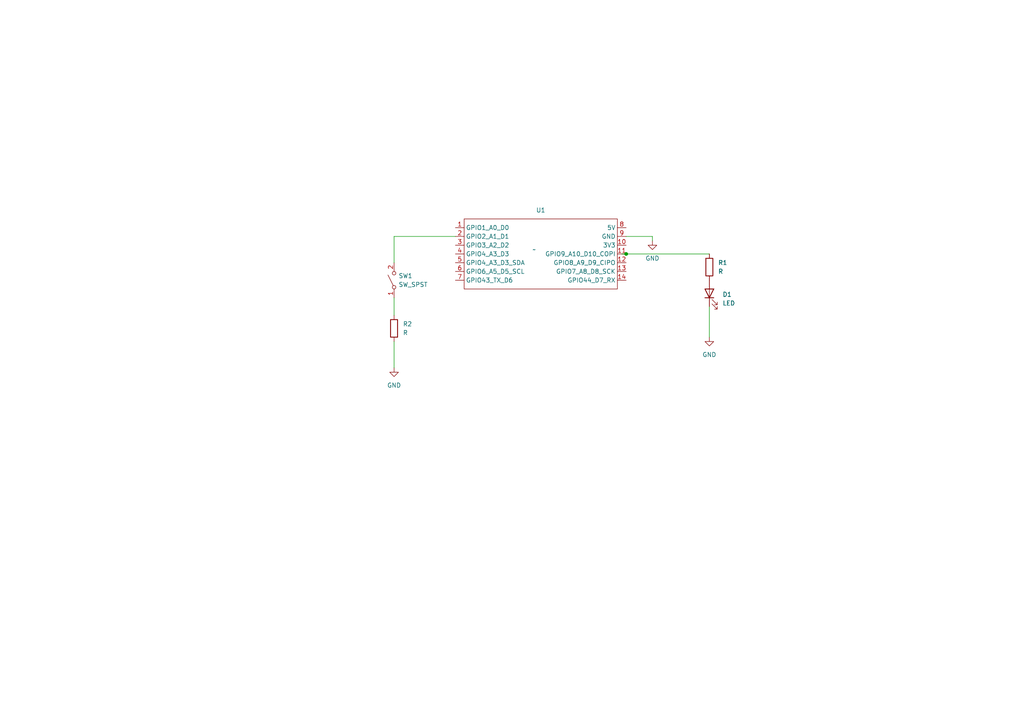
<source format=kicad_sch>
(kicad_sch (version 20230121) (generator eeschema)
  (paper "A4")
  (lib_symbols
    (symbol "514_KiCAD_DEMO:XIAO_ESP32_SENSE"
      (property "Reference" "U" (at 0 0 0))
      (symbol "XIAO_ESP32_SENSE_0_1"
        (polyline (pts (xy -20.32 8.89) (xy -20.32 -11.43) (xy 24.13 -11.43) (xy 24.13 8.89) (xy -20.32 8.89)))
      )
      (symbol "XIAO_ESP32_SENSE_1_1"
        (pin bidirectional line (at -22.86 6.35 0) (length 2.54) (name "GPIO1_A0_D0") (number "1"))
        (pin bidirectional line (at 26.67 1.27 180) (length 2.54) (name "3V3") (number "10"))
        (pin bidirectional line (at 26.67 -1.27 180) (length 2.54) (name "GPIO9_A10_D10_COPI") (number "11"))
        (pin bidirectional line (at 26.67 -3.81 180) (length 2.54) (name "GPIO8_A9_D9_CIPO") (number "12"))
        (pin bidirectional line (at 26.67 -6.35 180) (length 2.54) (name "GPIO7_A8_D8_SCK") (number "13"))
        (pin bidirectional line (at 26.67 -8.89 180) (length 2.54) (name "GPIO44_D7_RX") (number "14"))
        (pin bidirectional line (at -22.86 3.81 0) (length 2.54) (name "GPIO2_A1_D1") (number "2"))
        (pin bidirectional line (at -22.86 1.27 0) (length 2.54) (name "GPIO3_A2_D2") (number "3"))
        (pin bidirectional line (at -22.86 -1.27 0) (length 2.54) (name "GPIO4_A3_D3") (number "4"))
        (pin bidirectional line (at -22.86 -3.81 0) (length 2.54) (name "GPIO4_A3_D3_SDA") (number "5"))
        (pin bidirectional line (at -22.86 -6.35 0) (length 2.54) (name "GPIO6_A5_D5_SCL") (number "6"))
        (pin bidirectional line (at -22.86 -8.89 0) (length 2.54) (name "GPIO43_TX_D6") (number "7"))
        (pin bidirectional line (at 26.67 6.35 180) (length 2.54) (name "5V") (number "8"))
        (pin bidirectional line (at 26.67 3.81 180) (length 2.54) (name "GND") (number "9"))
      )
    )
    (symbol "Device:LED" (pin_numbers hide) (pin_names (offset 1.016) hide)
      (property "Reference" "D" (at 0 2.54 0))
      (property "Value" "LED" (at 0 -2.54 0))
      (symbol "LED_0_1"
        (polyline (pts (xy -1.27 -1.27) (xy -1.27 1.27)) (stroke (width 0.254)))
        (polyline (pts (xy -1.27 0) (xy 1.27 0)))
        (polyline (pts (xy 1.27 -1.27) (xy 1.27 1.27) (xy -1.27 0) (xy 1.27 -1.27)) (stroke (width 0.254)))
        (polyline (pts (xy -3.048 -0.762) (xy -4.572 -2.286) (xy -3.81 -2.286) (xy -4.572 -2.286) (xy -4.572 -1.524)))
        (polyline (pts (xy -1.778 -0.762) (xy -3.302 -2.286) (xy -2.54 -2.286) (xy -3.302 -2.286) (xy -3.302 -1.524)))
      )
      (symbol "LED_1_1"
        (pin passive line (at -3.81 0 0) (length 2.54) (name "K") (number "1"))
        (pin passive line (at 3.81 0 180) (length 2.54) (name "A") (number "2"))
      )
    )
    (symbol "Device:R" (pin_numbers hide) (pin_names (offset 0))
      (property "Reference" "R" (at 2.032 0 90))
      (property "Value" "R" (at 0 0 90))
      (symbol "R_0_1"
        (rectangle (start -1.016 -2.54) (end 1.016 2.54) (stroke (width 0.254)))
      )
      (symbol "R_1_1"
        (pin passive line (at 0 3.81 270) (length 1.27) (name "~") (number "1"))
        (pin passive line (at 0 -3.81 90) (length 1.27) (name "~") (number "2"))
      )
    )
    (symbol "Switch:SW_SPST" (pin_names (offset 0) hide)
      (property "Reference" "SW" (at 0 3.175 0))
      (property "Value" "SW_SPST" (at 0 -2.54 0))
      (symbol "SW_SPST_0_0"
        (circle (center -2.032 0) (radius 0.508))
        (polyline (pts (xy -1.524 0.254) (xy 1.524 1.778)))
        (circle (center 2.032 0) (radius 0.508))
      )
      (symbol "SW_SPST_1_1"
        (pin passive line (at -5.08 0 0) (length 2.54) (name "A") (number "1"))
        (pin passive line (at 5.08 0 180) (length 2.54) (name "B") (number "2"))
      )
    )
    (symbol "power:GND" (power) (pin_names (offset 0))
      (property "Value" "GND" (at 0 -3.81 0))
      (symbol "GND_0_1"
        (polyline (pts (xy 0 0) (xy 0 -1.27) (xy 1.27 -1.27) (xy 0 -2.54) (xy -1.27 -1.27) (xy 0 -1.27)))
      )
      (symbol "GND_1_1"
        (pin power_in line (at 0 0 270) (length 0) hide (name "GND") (number "1"))
      )
    )
  )
  (junction (at 181.61 73.66))
  (wire (pts (xy 114.3 86.36) (xy 114.3 91.44)))
  (wire (pts (xy 180.34 73.66) (xy 181.61 73.66)))
  (wire (pts (xy 189.23 68.58) (xy 189.23 69.85)))
  (wire (pts (xy 181.61 73.66) (xy 205.74 73.66)))
  (wire (pts (xy 114.3 68.58) (xy 114.3 76.2)))
  (wire (pts (xy 181.61 68.58) (xy 189.23 68.58)))
  (wire (pts (xy 205.74 88.9) (xy 205.74 97.79)))
  (wire (pts (xy 114.3 99.06) (xy 114.3 106.68)))
  (wire (pts (xy 132.08 68.58) (xy 114.3 68.58)))
  (symbol (lib_id "Switch:SW_SPST") (at 114.3 81.28 90) (unit 1)
    (property "Reference" "SW1" (at 115.57 80.01 90) (effects (justify right)))
    (property "Value" "SW_SPST" (at 115.57 82.55 90) (effects (justify right)))
    (property "Footprint" "Button_Switch_SMD:Panasonic_EVQPUM_EVQPUD" (effects hide))
  )
  (symbol (lib_id "power:GND") (at 114.3 106.68 0) (unit 1)
    (property "Reference" "#PWR01" (effects hide))
    (property "Value" "GND" (at 114.3 111.76 0))
  )
  (symbol (lib_id "514_KiCAD_DEMO:XIAO_ESP32_SENSE") (at 154.94 72.39 0) (unit 1)
    (property "Reference" "U1" (at 156.845 60.96 0))
    (property "Value" "~" (at 154.94 72.39 0))
  )
  (symbol (lib_id "power:GND") (at 205.74 97.79 0) (unit 1)
    (property "Reference" "#PWR02" (effects hide))
    (property "Value" "GND" (at 205.74 102.87 0))
  )
  (symbol (lib_id "Device:LED") (at 205.74 85.09 90) (unit 1)
    (property "Reference" "D1" (at 209.55 85.4075 90) (effects (justify right)))
    (property "Value" "LED" (at 209.55 87.9475 90) (effects (justify right)))
    (property "Footprint" "LED_SMD:LED_0603_1608Metric_Pad1.05x0.95mm_HandSolder" (effects hide))
  )
  (symbol (lib_id "power:GND") (at 189.23 69.85 0) (unit 1)
    (property "Reference" "#PWR03" (effects hide))
    (property "Value" "GND" (at 189.23 74.93 0))
  )
  (symbol (lib_id "Device:R") (at 114.3 95.25 0) (unit 1)
    (property "Reference" "R2" (at 116.84 93.98 0) (effects (justify left)))
    (property "Value" "R" (at 116.84 96.52 0) (effects (justify left)))
    (property "Footprint" "Resistor_SMD:R_0603_1608Metric_Pad0.98x0.95mm_HandSolder" (effects hide))
  )
  (symbol (lib_id "Device:R") (at 205.74 77.47 180) (unit 1)
    (property "Reference" "R1" (at 208.28 76.2 0) (effects (justify right)))
    (property "Value" "R" (at 208.28 78.74 0) (effects (justify right)))
    (property "Footprint" "Resistor_SMD:R_0603_1608Metric_Pad0.98x0.95mm_HandSolder" (effects hide))
  )
)
</source>
